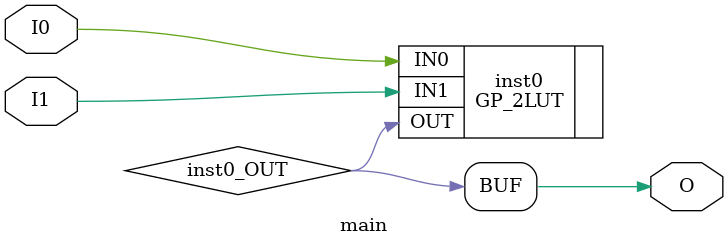
<source format=v>
module main (input  I0, input  I1, output  O);
wire  inst0_OUT;
GP_2LUT #(.INIT(4'h8)) inst0 (.IN0(I0), .IN1(I1), .OUT(inst0_OUT));
assign O = inst0_OUT;
endmodule


</source>
